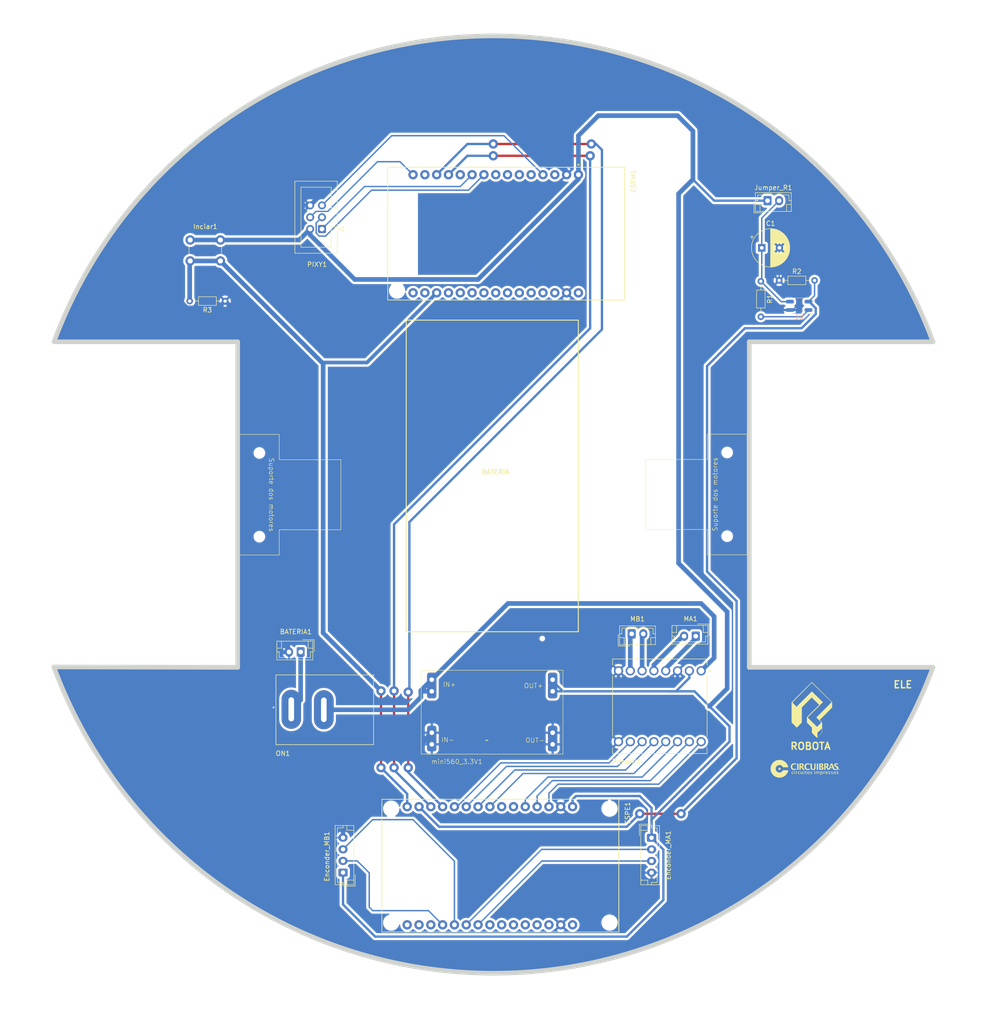
<source format=kicad_pcb>
(kicad_pcb (version 20221018) (generator pcbnew)
  (layers (0 "F.Cu" signal) (31 "B.Cu" signal) (34 "B.Paste" user) (35 "F.Paste" user) (36 "B.SilkS" user "B.Silkscreen") (37 "F.SilkS" user "F.Silkscreen") (38 "B.Mask" user) (39 "F.Mask" user) (44 "Edge.Cuts" user))
  (net 0 "")
  (net 1 "GND")
  (net 2 "PWR_R")
  (net 3 "AC1")
  (net 4 "AC2")
  (net 5 "BC1")
  (net 6 "BC2")
  (net 7 "+3.3V")
  (net 8 "PWM_A")
  (net 9 "AIN2")
  (net 10 "AIN1")
  (net 13 "STBY")
  (net 14 "BIN1")
  (net 15 "BIN2")
  (net 16 "PWM_B")
  (net 17 "MTX")
  (net 18 "MRX")
  (net 26 "Start")
  (net 27 "RIGHT")
  (net 30 "CS")
  (net 35 "CSK")
  (net 36 "MISO")
  (net 39 "MOSI")
  (net 53 "+9V")
  (net 54 "Net-(MA1-Pin_1)")
  (net 55 "Net-(MA1-Pin_2)")
  (net 56 "Net-(MB1-Pin_1)")
  (net 57 "Net-(MB1-Pin_2)")
  (net 58 "Net-(U1-A)")
  (net 61 "Net-(BATERIA1-Pin_1)")
  (footprint "Connector_JST:JST_EH_B2B-EH-A_1x02_P2.50mm_Vertical" (layer "F.Cu") (at -84.452 169.354 180)
    (fp_text reference "MA1" (at 1.116 3.728) (layer "F.SilkS"))
    (fp_text value "Conn_01x02_Socket")
    (pad "1" thru_hole roundrect (at 0 0 180) (size 1.7 2) (drill 1) (layers "*.Cu" "*.Mask") (roundrect_rratio 0.1470588235) (net 54 "Net-(MA1-Pin_1)"))
    (pad "2" thru_hole oval (at 2.5 0 180) (size 1.7 2) (drill 1) (layers "*.Cu" "*.Mask") (net 55 "Net-(MA1-Pin_2)"))
  )
  (footprint "robota:circuibras" (layer "F.Cu") (at -60.888 197.912)
    (fp_text reference "G***" hide)
    (fp_text value "LOGO" hide)
  )
  (footprint "Resistor_THT:R_Axial_DIN0204_L3.6mm_D1.6mm_P7.62mm_Horizontal" (layer "F.Cu") (at -66.518 92.854)
    (fp_text reference "R2" (at 3.81 -1.92) (layer "F.SilkS"))
    (fp_text value "10k")
    (pad "1" thru_hole circle (at 0 0) (size 1.4 1.4) (drill 0.7) (layers "*.Cu" "*.Mask") (net 1 "GND"))
    (pad "2" thru_hole oval (at 7.62 0) (size 1.4 1.4) (drill 0.7) (layers "*.Cu" "*.Mask") (net 27 "RIGHT"))
  )
  (footprint "Button_Switch_THT:SW_PUSH_6mm" (layer "F.Cu") (at -193.16 84.164)
    (fp_text reference "Inciar1" (at 3.25 -2.884) (layer "F.SilkS"))
    (fp_text value "SW_Push")
    (pad "1" thru_hole circle (at 0 0 90) (size 2 2) (drill 1.1) (layers "*.Cu" "*.Mask") (net 7 "+3.3V"))
    (pad "1" thru_hole circle (at 6.5 0 90) (size 2 2) (drill 1.1) (layers "*.Cu" "*.Mask") (net 7 "+3.3V"))
    (pad "2" thru_hole circle (at 0 4.5 90) (size 2 2) (drill 1.1) (layers "*.Cu" "*.Mask") (net 26 "Start"))
    (pad "2" thru_hole circle (at 6.5 4.5 90) (size 2 2) (drill 1.1) (layers "*.Cu" "*.Mask") (net 26 "Start"))
  )
  (footprint "Connector_JST:JST_EH_B4B-EH-A_1x04_P2.50mm_Vertical" (layer "F.Cu") (at -93.95 212.696 -90)
    (fp_text reference "Enconder_MA1" (at 3.758 -3.598 90) (layer "F.SilkS"))
    (fp_text value "Conn_01x04_Socket")
    (pad "1" thru_hole roundrect (at 0 0 270) (size 1.7 1.95) (drill 0.95) (layers "*.Cu" "*.Mask") (roundrect_rratio 0.1470588235) (net 7 "+3.3V"))
    (pad "2" thru_hole oval (at 2.5 0 270) (size 1.7 1.95) (drill 0.95) (layers "*.Cu" "*.Mask") (net 3 "AC1"))
    (pad "3" thru_hole oval (at 5 0 270) (size 1.7 1.95) (drill 0.95) (layers "*.Cu" "*.Mask") (net 4 "AC2"))
    (pad "4" thru_hole oval (at 7.5 0 270) (size 1.7 1.95) (drill 0.95) (layers "*.Cu" "*.Mask") (net 1 "GND"))
  )
  (footprint "motor:suporte" (layer "F.Cu") (at -178.278 138.956 -90)
    (fp_text reference "Suporte dos motores" (at 0 -2.5908 -90 unlocked) (layer "F.SilkS") (effects (font (thickness 0.1))))
    (fp_text value "suporte" hide)
    (pad "" np_thru_hole circle (at -9 0 270) (size 2 2) (drill 2) (layers "F&B.Cu" "*.Mask"))
    (pad "" np_thru_hole circle (at 9 0 270) (size 2 2) (drill 2) (layers "F&B.Cu" "*.Mask"))
  )
  (footprint "Connector_JST:JST_EH_B2B-EH-A_1x02_P2.50mm_Vertical" (layer "F.Cu") (at -98.228 168.854)
    (fp_text reference "MB1" (at 1.25 -3.2) (layer "F.SilkS"))
    (fp_text value "Conn_01x02_Socket")
    (pad "1" thru_hole roundrect (at 0 0) (size 1.7 2) (drill 1) (layers "*.Cu" "*.Mask") (roundrect_rratio 0.1470588235) (net 56 "Net-(MB1-Pin_1)"))
    (pad "2" thru_hole oval (at 2.5 0) (size 1.7 2) (drill 1) (layers "*.Cu" "*.Mask") (net 57 "Net-(MB1-Pin_2)"))
  )
  (footprint "Resistor_THT:R_Axial_DIN0204_L3.6mm_D1.6mm_P7.62mm_Horizontal" (layer "F.Cu") (at -185.644 97.3 180)
    (fp_text reference "R3" (at 3.81 -1.92) (layer "F.SilkS"))
    (fp_text value "10k")
    (pad "1" thru_hole circle (at 0 0 180) (size 1.4 1.4) (drill 0.7) (layers "*.Cu" "*.Mask") (net 1 "GND"))
    (pad "2" thru_hole oval (at 7.62 0 180) (size 1.4 1.4) (drill 0.7) (layers "*.Cu" "*.Mask") (net 26 "Start"))
  )
  (footprint "Connector_IDC:IDC-Header_2x03_P2.54mm_Vertical" (layer "F.Cu") (at -164.816 81.806 180)
    (fp_text reference "PIXY1" (at 1.046 -7.602) (layer "F.SilkS"))
    (fp_text value "Conn_02x03_Odd_Even")
    (pad "1" thru_hole roundrect (at 0 0 180) (size 1.7 1.7) (drill 1) (layers "*.Cu" "*.Mask") (roundrect_rratio 0.1470588235) (net 36 "MISO"))
    (pad "2" thru_hole circle (at 2.54 0 180) (size 1.7 1.7) (drill 1) (layers "*.Cu" "*.Mask") (net 7 "+3.3V"))
    (pad "3" thru_hole circle (at 0 2.54 180) (size 1.7 1.7) (drill 1) (layers "*.Cu" "*.Mask") (net 35 "CSK"))
    (pad "4" thru_hole circle (at 2.54 2.54 180) (size 1.7 1.7) (drill 1) (layers "*.Cu" "*.Mask") (net 39 "MOSI"))
    (pad "5" thru_hole circle (at 0 5.08 180) (size 1.7 1.7) (drill 1) (layers "*.Cu" "*.Mask") (net 30 "CS"))
    (pad "6" thru_hole circle (at 2.54 5.08 180) (size 1.7 1.7) (drill 1) (layers "*.Cu" "*.Mask") (net 1 "GND"))
  )
  (footprint "Connector_JST:JST_EH_B2B-EH-A_1x02_P2.50mm_Vertical" (layer "F.Cu") (at -69.018 75.71)
    (fp_text reference "Jumper_R1" (at 1.25 -2.8) (layer "F.SilkS"))
    (fp_text value "Conn_01x02_Socket")
    (pad "1" thru_hole roundrect (at 0 0) (size 1.7 2) (drill 1) (layers "*.Cu" "*.Mask") (roundrect_rratio 0.1470588235) (net 7 "+3.3V"))
    (pad "2" thru_hole oval (at 2.5 0) (size 1.7 2) (drill 1) (layers "*.Cu" "*.Mask") (net 2 "PWR_R"))
  )
  (footprint "robota:logo" (layer "F.Cu") (at -57.84 185.212)
    (fp_text reference "ROBOTA" (at -1.938 7.792) (layer "F.SilkS") (effects (font (size 1.5 1.5) (thickness 0.3))))
    (fp_text value "LOGO" hide)
  )
  (footprint "Resistor_THT:R_Axial_DIN0204_L3.6mm_D1.6mm_P7.62mm_Horizontal" (layer "F.Cu") (at -70.452 93.044 -90)
    (fp_text reference "R1" (at 3.81 -1.92 90) (layer "F.SilkS"))
    (fp_text value "10")
    (pad "1" thru_hole circle (at 0 0 270) (size 1.4 1.4) (drill 0.7) (layers "*.Cu" "*.Mask") (net 2 "PWR_R"))
    (pad "2" thru_hole oval (at 7.62 0 270) (size 1.4 1.4) (drill 0.7) (layers "*.Cu" "*.Mask") (net 58 "Net-(U1-A)"))
  )
  (footprint "motor:suporte" (layer "F.Cu") (at -77.694 138.854 90)
    (fp_text reference "Suporte dos motores" (at 0 -2.5908 90 unlocked) (layer "F.SilkS") (effects (font (thickness 0.1))))
    (fp_text value "suporte" hide)
    (pad "" np_thru_hole circle (at -9 0 90) (size 2 2) (drill 2) (layers "F&B.Cu" "*.Mask"))
    (pad "" np_thru_hole circle (at 9 0 90) (size 2 2) (drill 2) (layers "F&B.Cu" "*.Mask"))
  )
  (footprint "Connector_JST:JST_EH_B4B-EH-A_1x04_P2.50mm_Vertical" (layer "F.Cu") (at -160.29 220.176 90)
    (fp_text reference "Enconder_MB1" (at 3.468 -3.468 90) (layer "F.SilkS"))
    (fp_text value "Conn_01x04_Socket")
    (pad "1" thru_hole roundrect (at 0 0 90) (size 1.7 1.95) (drill 0.95) (layers "*.Cu" "*.Mask") (roundrect_rratio 0.1470588235) (net 7 "+3.3V"))
    (pad "2" thru_hole oval (at 2.5 0 90) (size 1.7 1.95) (drill 0.95) (layers "*.Cu" "*.Mask") (net 5 "BC1"))
    (pad "3" thru_hole oval (at 5 0 90) (size 1.7 1.95) (drill 0.95) (layers "*.Cu" "*.Mask") (net 6 "BC2"))
    (pad "4" thru_hole oval (at 7.5 0 90) (size 1.7 1.95) (drill 0.95) (layers "*.Cu" "*.Mask") (net 1 "GND"))
  )
  (footprint "Connector_JST:JST_EH_B2B-EH-A_1x02_P2.50mm_Vertical" (layer "F.Cu") (at -169.408 172.738 180)
    (fp_text reference "BATERIA1" (at 1.026 4.336) (layer "F.SilkS"))
    (fp_text value "Conn_01x02_Socket")
    (pad "1" thru_hole roundrect (at 0 0 180) (size 1.7 2) (drill 1) (layers "*.Cu" "*.Mask") (roundrect_rratio 0.1470588235) (net 61 "Net-(BATERIA1-Pin_1)"))
    (pad "2" thru_hole oval (at 2.5 0 180) (size 1.7 2) (drill 1) (layers "*.Cu" "*.Mask") (net 1 "GND"))
  )
  (footprint "RB141C1100:SW_RB141C1100" (layer "F.Cu") (at -158.72 184.676 180)
    (fp_text reference "ON1" (at 14.508 -9.888 180) (layer "F.SilkS"))
    (fp_text value "RB141C1100")
    (pad "1" thru_hole oval (at 12.7 -0.4 180) (size 4.2 8.4) (drill oval 1.2 5.2) (layers "*.Cu" "*.Mask") (net 61 "Net-(BATERIA1-Pin_1)"))
    (pad "2" thru_hole oval (at 5.7 -0.5 180) (size 4.2 8.4) (drill oval 1.2 5.3) (layers "*.Cu" "*.Mask") (net 53 "+9V"))
  )
  (footprint "mini560:mini560_3.3V" (layer "F.Cu") (at -129.8148 185.1078)
    (fp_text reference "mini560_3.3V1" (at -5.9944 11.2268 unlocked) (layer "F.SilkS") (effects (font (thickness 0.1))))
    (fp_text value "~" (at 0.4572 6.604 unlocked) (layer "F.SilkS"))
    (fp_text user "IN-" (at -9.398 7.112 unlocked) (layer "F.SilkS") (effects (font (thickness 0.1)) (justify left bottom)))
    (fp_text user "OUT+" (at 8.382 -4.5212 unlocked) (layer "F.SilkS") (effects (font (thickness 0.1)) (justify left bottom)))
    (fp_text user "OUT-" (at 8.6868 7.2136 unlocked) (layer "F.SilkS") (effects (font (thickness 0.1)) (justify left bottom)))
    (fp_text user "IN+" (at -9.0424 -4.7752 unlocked) (layer "F.SilkS") (effects (font (thickness 0.1)) (justify left bottom)))
    (pad "1" thru_hole roundrect (at -11.4 -6.4) (size 2 3) (drill 1) (layers "*.Cu" "*.Mask") (net 53 "+9V"))
    (pad "1" thru_hole roundrect (at -11.4 -3.9) (size 2 3) (drill 1) (layers "*.Cu" "*.Mask") (net 53 "+9V"))
    (pad "2" thru_hole roundrect (at -11.4 5) (size 2 3) (drill 1) (layers "*.Cu" "*.Mask") (net 1 "GND"))
    (pad "2" thru_hole roundrect (at -11.4 7.5) (size 2 3) (drill 1) (layers "*.Cu" "*.Mask") (net 1 "GND"))
    (pad "3" thru_hole roundrect (at 14.6 -6.4) (size 2 3) (drill 1) (layers "*.Cu" "*.Mask") (net 7 "+3.3V"))
    (pad "3" thru_hole roundrect (at 14.6 -3.9) (size 2 3) (drill 1) (layers "*.Cu" "*.Mask") (net 7 "+3.3V"))
    (pad "4" thru_hole roundrect (at 14.6 5) (size 2 3) (drill 1) (layers "*.Cu" "*.Mask") (net 1 "GND"))
    (pad "4" thru_hole roundrect (at 14.6 7.5) (size 2 3) (drill 1) (layers "*.Cu" "*.Mask") (net 1 "GND"))
  )
  (footprint "esp32devkit:ESP32_DEVKIT_V1" (layer "F.Cu") (at -126.452 218.712 -90)
    (fp_text reference "ESPE1" (at -11.355 -27.36 90) (layer "F.SilkS"))
    (fp_text value "ESP32-DEVKIT-V1")
    (pad "" np_thru_hole circle (at -12.28 -23.475 270) (size 3 3) (drill 3) (layers "*.Cu" "*.Mask"))
    (pad "" np_thru_hole circle (at -12.28 23.475 270) (size 3 3) (drill 3) (layers "*.Cu" "*.Mask"))
    (pad "" np_thru_hole circle (at 12.23 -23.475 270) (size 3 3) (drill 3) (layers "*.Cu" "*.Mask"))
    (pad "" np_thru_hole circle (at 12.23 23.475 270) (size 3 3) (drill 3) (layers "*.Cu" "*.Mask"))
    (pad "1" thru_hole circle (at -12.7 -15.515 270) (size 2 2) (drill 1.02) (layers "*.Cu" "*.Mask") (net 7 "+3.3V"))
    (pad "2" thru_hole circle (at -12.7 -12.975 270) (size 2 2) (drill 1.02) (layers "*.Cu" "*.Mask") (net 1 "GND"))
    (pad "3" thru_hole circle (at -12.7 -10.435 270) (size 2 2) (drill 1.02) (layers "*.Cu" "*.Mask") (net 8 "PWM_A"))
    (pad "4" thru_hole circle (at -12.7 -7.895 270) (size 2 2) (drill 1.02) (layers "*.Cu" "*.Mask") (net 9 "AIN2"))
    (pad "5" thru_hole circle (at -12.7 -5.355 270) (size 2 2) (drill 1.02) (layers "*.Cu" "*.Mask") (net 10 "AIN1"))
    (pad "6" thru_hole circle (at -12.7 -2.815 270) (size 2 2) (drill 1.02) (layers "*.Cu" "*.Mask"))
    (pad "7" thru_hole circle (at -12.7 -0.275 270) (size 2 2) (drill 1.02) (layers "*.Cu" "*.Mask"))
    (pad "8" thru_hole circle (at -12.7 2.265 270) (size 2 2) (drill 1.02) (layers "*.Cu" "*.Mask") (net 13 "STBY"))
    (pad "9" thru_hole circle (at -12.7 4.805 270) (size 2 2) (drill 1.02) (layers "*.Cu" "*.Mask") (net 14 "BIN1"))
    (pad "10" thru_hole circle (at -12.7 7.345 270) (size 2 2) (drill 1.02) (layers "*.Cu" "*.Mask") (net 15 "BIN2"))
    (pad "11" thru_hole circle (at -12.7 9.885 270) (size 2 2) (drill 1.02) (layers "*.Cu" "*.Mask") (net 16 "PWM_B"))
    (pad "12" thru_hole circle (at -12.7 12.425 270) (size 2 2) (drill 1.02) (layers "*.Cu" "*.Mask") (net 17 "MTX"))
    (pad "13" thru_hole circle (at -12.7 14.965 270) (size 2 2) (drill 1.02) (layers "*.Cu" "*.Mask") (net 18 "MRX"))
    (pad "14" thru_hole circle (at -12.7 17.505 270) (size 2 2) (drill 1.02) (layers "*.Cu" "*.Mask") (net 27 "RIGHT"))
    (pad "15" thru_hole circle (at -12.7 20.045 270) (size 2 2) (drill 1.02) (layers "*.Cu" "*.Mask") (net 26 "Start"))
    (pad "16" thru_hole circle (at 12.7 20.045 270) (size 2 2) (drill 1.02) (layers "*.Cu" "*.Mask"))
    (pad "17" thru_hole circle (at 12.7 17.505 270) (size 2 2) (drill 1.02) (layers "*.Cu" "*.Mask"))
    (pad "18" thru_hole circle (at 12.7 14.965 270) (size 2 2) (drill 1.02) (layers "*.Cu" "*.Mask"))
    (pad "19" thru_hole circle (at 12.7 12.425 270) (size 2 2) (drill 1.02) (layers "*.Cu" "*.Mask") (net 5 "BC1"))
    (pad "20" thru_hole circle (at 12.7 9.885 270) (size 2 2) (drill 1.02) (layers "*.Cu" "*.Mask") (net 6 "BC2"))
    (pad "21" thru_hole circle (at 12.7 7.345 270) (size 2 2) (drill 1.02) (layers "*.Cu" "*.Mask") (net 3 "AC1"))
    (pad "22" thru_hole circle (at 12.7 4.805 270) (size 2 2) (drill 1.02) (layers "*.Cu" "*.Mask") (net 4 "AC2"))
    (pad "23" thru_hole circle (at 12.7 2.265 270) (size 2 2) (drill 1.02) (layers "*.Cu" "*.Mask"))
    (pad "24" thru_hole circle (at 12.7 -0.275 270) (size 2 2) (drill 1.02) (layers "*.Cu" "*.Mask"))
    (pad "25" thru_hole circle (at 12.7 -2.815 270) (size 2 2) (drill 1.02) (layers "*.Cu" "*.Mask"))
    (pad "26" thru_hole circle (at 12.7 -5.355 270) (size 2 2) (drill 1.02) (layers "*.Cu" "*.Mask"))
    (pad "27" thru_hole circle (at 12.7 -7.895 270) (size 2 2) (drill 1.02) (layers "*.Cu" "*.Mask"))
    (pad "28" thru_hole circle (at 12.7 -10.435 270) (size 2 2) (drill 1.02) (layers "*.Cu" "*.Mask"))
    (pad "29" thru_hole circle (at 12.7 -12.975 270) (size 2 2) (drill 1.02) (layers "*.Cu" "*.Mask") (net 1 "GND"))
    (pad "30" thru_hole circle (at 12.7 -15.515 270) (size 2 2) (drill 1.02) (layers "*.Cu" "*.Mask"))
    (zone (net 0) (net_name "") (layer "B.Cu") (connect_pads (clearance 0)) (min_thickness 0.01)
      (keepout (tracks not_allowed) (vias not_allowed) (pads not_allowed) (copperpour not_allowed) (footprints allowed))
      (fill (thermal_gap 0.508) (thermal_bridge_width 0.508))
      (polygon (pts (xy -145.437 209.802) (xy -145.437 227.492) (xy -151.927 227.492) (xy -151.927 209.802)))
    )
  )
  (footprint "ROB-14450:MODULE_ROB-14450" (layer "F.Cu") (at -92.172 184.422 -90)
    (fp_text reference "PonteH1" (at 11.92 7.142 -180) (layer "F.SilkS"))
    (fp_text value "ROB-14450")
    (pad "1" thru_hole circle (at -7.62 -8.89 270) (size 1.98 1.98) (drill 1.32) (layers "*.Cu" "*.Mask") (net 53 "+9V"))
    (pad "2" thru_hole circle (at -7.62 -6.35 270) (size 1.98 1.98) (drill 1.32) (layers "*.Cu" "*.Mask") (net 7 "+3.3V"))
    (pad "3" thru_hole circle (at -7.62 -3.81 270) (size 1.98 1.98) (drill 1.32) (layers "*.Cu" "*.Mask") (net 1 "GND"))
    (pad "4" thru_hole circle (at -7.62 -1.27 270) (size 1.98 1.98) (drill 1.32) (layers "*.Cu" "*.Mask") (net 54 "Net-(MA1-Pin_1)"))
    (pad "5" thru_hole circle (at -7.62 1.27 270) (size 1.98 1.98) (drill 1.32) (layers "*.Cu" "*.Mask") (net 55 "Net-(MA1-Pin_2)"))
    (pad "6" thru_hole circle (at -7.62 3.81 270) (size 1.98 1.98) (drill 1.32) (layers "*.Cu" "*.Mask") (net 57 "Net-(MB1-Pin_2)"))
    (pad "7" thru_hole circle (at -7.62 6.35 270) (size 1.98 1.98) (drill 1.32) (layers "*.Cu" "*.Mask") (net 56 "Net-(MB1-Pin_1)"))
    (pad "8" thru_hole circle (at -7.62 8.89 270) (size 1.98 1.98) (drill 1.32) (layers "*.Cu" "*.Mask") (net 1 "GND"))
    (pad "9" thru_hole circle (at 7.62 8.89 270) (size 1.98 1.98) (drill 1.32) (layers "*.Cu" "*.Mask") (net 1 "GND"))
    (pad "10" thru_hole circle (at 7.62 6.35 270) (size 1.98 1.98) (drill 1.32) (layers "*.Cu" "*.Mask") (net 16 "PWM_B"))
    (pad "11" thru_hole circle (at 7.62 3.81 270) (size 1.98 1.98) (drill 1.32) (layers "*.Cu" "*.Mask") (net 15 "BIN2"))
    (pad "12" thru_hole circle (at 7.62 1.27 270) (size 1.98 1.98) (drill 1.32) (layers "*.Cu" "*.Mask") (net 14 "BIN1"))
    (pad "13" thru_hole circle (at 7.62 -1.27 270) (size 1.98 1.98) (drill 1.32) (layers "*.Cu" "*.Mask") (net 13 "STBY"))
    (pad "14" thru_hole circle (at 7.62 -3.81 270) (size 1.98 1.98) (drill 1.32) (layers "*.Cu" "*.Mask") (net 10 "AIN1"))
    (pad "15" thru_hole circle (at 7.62 -6.35 270) (size 1.98 1.98) (drill 1.32) (layers "*.Cu" "*.Mask") (net 9 "AIN2"))
    (pad "16" thru_hole circle (at 7.62 -8.89 270) (size 1.98 1.98) (drill 1.32) (layers "*.Cu" "*.Mask") (net 8 "PWM_A"))
  )
  (footprint "Capacitor_THT:CP_Radial_D8.0mm_P3.80mm" (layer "F.Cu") (at -70.252 85.854)
    (fp_text reference "C1" (at 1.9 -5.25) (layer "F.SilkS"))
    (fp_text value "22uF")
    (pad "1" thru_hole rect (at 0 0) (size 1.6 1.6) (drill 0.8) (layers "*.Cu" "*.Mask") (net 2 "PWR_R"))
    (pad "2" thru_hole circle (at 3.8 0) (size 1.6 1.6) (drill 0.8) (layers "*.Cu" "*.Mask") (net 1 "GND"))
  )
  (footprint "esp32devkit:ESP32_DEVKIT_V1" (layer "F.Cu") (at -125.192 82.822 -90)
    (fp_text reference "ESPM1" (at -11.355 -27.36 90) (layer "F.SilkS"))
    (fp_text value "ESP32-DEVKIT-V1")
    (pad "" np_thru_hole circle (at -12.28 -23.475 270) (size 3 3) (drill 3) (layers "*.Cu" "*.Mask"))
    (pad "" np_thru_hole circle (at -12.28 23.475 270) (size 3 3) (drill 3) (layers "*.Cu" "*.Mask"))
    (pad "" np_thru_hole circle (at 12.23 -23.475 270) (size 3 3) (drill 3) (layers "*.Cu" "*.Mask"))
    (pad "" np_thru_hole circle (at 12.23 23.475 270) (size 3 3) (drill 3) (layers "*.Cu" "*.Mask"))
    (pad "1" thru_hole circle (at -12.7 -15.515 270) (size 2 2) (drill 1.02) (layers "*.Cu" "*.Mask") (net 7 "+3.3V"))
    (pad "2" thru_hole circle (at -12.7 -12.975 270) (size 2 2) (drill 1.02) (layers "*.Cu" "*.Mask") (net 1 "GND"))
    (pad "3" thru_hole circle (at -12.7 -10.435 270) (size 2 2) (drill 1.02) (layers "*.Cu" "*.Mask"))
    (pad "4" thru_hole circle (at -12.7 -7.895 270) (size 2 2) (drill 1.02) (layers "*.Cu" "*.Mask") (net 30 "CS"))
    (pad "5" thru_hole circle (at -12.7 -5.355 270) (size 2 2) (drill 1.02) (layers "*.Cu" "*.Mask"))
    (pad "6" thru_hole circle (at -12.7 -2.815 270) (size 2 2) (drill 1.02) (layers "*.Cu" "*.Mask"))
    (pad "7" thru_hole circle (at -12.7 -0.275 270) (size 2 2) (drill 1.02) (layers "*.Cu" "*.Mask"))
    (pad "8" thru_hole circle (at -12.7 2.265 270) (size 2 2) (drill 1.02) (layers "*.Cu" "*.Mask"))
    (pad "9" thru_hole circle (at -12.7 4.805 270) (size 2 2) (drill 1.02) (layers "*.Cu" "*.Mask") (net 35 "CSK"))
    (pad "10" thru_hole circle (at -12.7 7.345 270) (size 2 2) (drill 1.02) (layers "*.Cu" "*.Mask") (net 36 "MISO"))
    (pad "11" thru_hole circle (at -12.7 9.885 270) (size 2 2) (drill 1.02) (layers "*.Cu" "*.Mask"))
    (pad "12" thru_hole circle (at -12.7 12.425 270) (size 2 2) (drill 1.02) (layers "*.Cu" "*.Mask") (net 18 "MRX"))
    (pad "13" thru_hole circle (at -12.7 14.965 270) (size 2 2) (drill 1.02) (layers "*.Cu" "*.Mask") (net 17 "MTX"))
    (pad "14" thru_hole circle (at -12.7 17.505 270) (size 2 2) (drill 1.02) (layers "*.Cu" "*.Mask"))
    (pad "15" thru_hole circle (at -12.7 20.045 270) (size 2 2) (drill 1.02) (layers "*.Cu" "*.Mask") (net 39 "MOSI"))
    (pad "16" thru_hole circle (at 12.7 20.045 270) (size 2 2) (drill 1.02) (layers "*.Cu" "*.Mask"))
    (pad "17" thru_hole circle (at 12.7 17.505 270) (size 2 2) (drill 1.02) (layers "*.Cu" "*.Mask"))
    (pad "18" thru_hole circle (at 12.7 14.965 270) (size 2 2) (drill 1.02) (layers "*.Cu" "*.Mask") (net 26 "Start"))
    (pad "19" thru_hole circle (at 12.7 12.425 270) (size 2 2) (drill 1.02) (layers "*.Cu" "*.Mask"))
    (pad "20" thru_hole circle (at 12.7 9.885 270) (size 2 2) (drill 1.02) (layers "*.Cu" "*.Mask"))
    (pad "21" thru_hole circle (at 12.7 7.345 270) (size 2 2) (drill 1.02) (layers "*.Cu" "*.Mask"))
    (pad "22" thru_hole circle (at 12.7 4.805 270) (size 2 2) (drill 1.02) (layers "*.Cu" "*.Mask"))
    (pad "23" thru_hole circle (at 12.7 2.265 270) (size 2 2) (drill 1.02) (layers "*.Cu" "*.Mask"))
    (pad "24" thru_hole circle (at 12.7 -0.275 270) (size 2 2) (drill 1.02) (layers "*.Cu" "*.Mask"))
    (pad "25" thru_hole circle (at 12.7 -2.815 270) (size 2 2) (drill 1.02) (layers "*.Cu" "*.Mask"))
    (pad "26" thru_hole circle (at 12.7 -5.355 270) (size 2 2) (drill 1.02) (layers "*.Cu" "*.Mask"))
    (pad "27" thru_hole circle (at 12.7 -7.895 270) (size 2 2) (drill 1.02) (layers "*.Cu" "*.Mask"))
    (pad "28" thru_hole circle (at 12.7 -10.435 270) (size 2 2) (drill 1.02) (layers "*.Cu" "*.Mask"))
    (pad "29" thru_hole circle (at 12.7 -12.975 270) (size 2 2) (drill 1.02) (layers "*.Cu" "*.Mask") (net 1 "GND"))
    (pad "30" thru_hole circle (at 12.7 -15.515 270) (size 2 2) (drill 1.02) (layers "*.Cu" "*.Mask"))
    (zone (net 0) (net_name "") (layer "B.Cu") (connect_pads (clearance 0)) (min_thickness 0.01)
      (keepout (tracks not_allowed) (vias not_allowed) (pads not_allowed) (copperpour not_allowed) (footprints allowed))
      (fill (thermal_gap 0.508) (thermal_bridge_width 0.508))
      (polygon (pts (xy -144.177 73.912) (xy -144.177 91.602) (xy -150.667 91.602) (xy -150.667 73.912)))
    )
  )
  (footprint "OptoDevice:OnSemi_CASE100CY" (layer "B.Cu") (at -62.2 98.316 90)
    (fp_text reference "U1" (at -2.5 0) (layer "B.SilkS") (effects (justify mirror)))
    (fp_text value "QRE1113GR")
    (pad "1" smd roundrect (at -0.9 2 90) (size 0.79 1.66) (layers "B.Cu" "B.Paste" "B.Mask") (net 58 "Net-(U1-A)"))
    (pad "2" smd roundrect (at -0.9 -2 90) (size 0.79 1.66) (layers "B.Cu" "B.Paste" "B.Mask") (net 1 "GND"))
    (pad "3" smd roundrect (at 0.9 -2 90) (size 0.79 1.66) (layers "B.Cu" "B.Paste" "B.Mask") (net 2 "PWR_R"))
    (pad "4" smd roundrect (at 0.9 2 90) (size 0.79 1.66) (layers "B.Cu" "B.Paste" "B.Mask") (net 27 "RIGHT"))
  )
  (gr_rect (start -117.452 169.854) (end -117.452 169.854) (stroke (width 0.2)) (fill none) (layer "B.Cu"))
  (gr_rect (start -146.698 101.392) (end -109.698 168.392) (stroke (width 0.2)) (fill none) (layer "F.SilkS"))
  (gr_line (start -72.939096 176.052751) (end -33.439096 176.052751) (stroke (width 1)) (layer "Edge.Cuts"))
  (gr_arc (start -33.439096 176.052751) (mid -127.986 241.826) (end -222.471635 175.964768) (stroke (width 1)) (layer "Edge.Cuts"))
  (gr_line (start -182.939096 106.052751) (end -222.439096 106.052751) (stroke (width 1)) (layer "Edge.Cuts"))
  (gr_arc (start -222.439096 106.052751) (mid -127.939096 40.27949) (end -33.439096 106.052751) (stroke (width 1)) (layer "Edge.Cuts"))
  (gr_line (start -182.939096 106.052751) (end -182.939096 176.052751) (stroke (width 1)) (layer "Edge.Cuts"))
  (gr_line (start -33.439096 106.052751) (end -72.939096 106.052751) (stroke (width 1)) (layer "Edge.Cuts"))
  (gr_line (start -72.939096 106.052751) (end -72.939096 176.052751) (stroke (width 1)) (layer "Edge.Cuts"))
  (gr_line (start -222.471635 175.964768) (end -182.939096 176.052751) (stroke (width 1)) (layer "Edge.Cuts"))
  (gr_text "BATERIA" (at -130.556 134.62) (layer "F.SilkS") (effects (font (size 1 1) (thickness 0.2) bold) (justify left bottom)))
  (gr_text "ELE" (at -42.092 180.64) (layer "F.SilkS") (effects (font (size 1.5 1.5) (thickness 0.3) bold) (justify left bottom)))
  (segment (start -171.908 172.25) (end -171.908 172.738) (width 1) (layer "B.Cu") (net 1))
  (segment (start -200.122 92.49261) (end -200.122 83.584) (width 1) (layer "B.Cu") (net 1))
  (segment (start -102.261 220.196) (end -113.477 231.412) (width 0.3) (layer "B.Cu") (net 1))
  (segment (start -177.262 173.754) (end -176.246 172.738) (width 1) (layer "B.Cu") (net 1))
  (segment (start -161.768 195.182) (end -161.768 194.836) (width 1) (layer "B.Cu") (net 1))
  (segment (start -141.2148 190.1078) (end -141.2148 192.6078) (width 1) (layer "B.Cu") (net 1))
  (segment (start -160.29 212.676) (end -160.29 196.66) (width 1) (layer "B.Cu") (net 1))
  (segment (start -64.2 99.216) (end -63.608 99.216) (width 0.3) (layer "B.Cu") (net 1))
  (segment (start -185.644 97.3) (end -174.468 108.476) (width 1) (layer "B.Cu") (net 1))
  (segment (start -193.264 76.726) (end -167.356 76.726) (width 1) (layer "B.Cu") (net 1))
  (segment (start -62.2 76.98) (end -62.2 71.646) (width 0.3) (layer "B.Cu") (net 1))
  (segment (start -93.95 220.196) (end -102.261 220.196) (width 0.3) (layer "B.Cu") (net 1))
  (segment (start -78.202 55.644) (end -108.682 55.644) (width 0.3) (layer "B.Cu") (net 1))
  (segment (start -145.943 194.836) (end -142.9335 191.8265) (width 1) (layer "B.Cu") (net 1))
  (segment (start -185.644 97.3) (end -187.094 98.75) (width 1) (layer "B.Cu") (net 1))
  (segment (start -141.9961 191.8265) (end -141.2148 192.6078) (width 1) (layer "B.Cu") (net 1))
  (segment (start -142.9335 191.8265) (end -141.2148 190.1078) (width 1) (layer "B.Cu") (net 1))
  (segment (start -160.29 196.66) (end -159.99 196.36) (width 1) (layer "B.Cu") (net 1))
  (segment (start -158.466 194.836) (end -145.943 194.836) (width 1) (layer "B.Cu") (net 1))
  (segment (start -161.768 194.836) (end -159.99 194.836) (width 1) (layer "B.Cu") (net 1))
  (segment (start -112.217 69.393) (end -112.217 70.122) (width 1) (layer "B.Cu") (net 1))
  (segment (start -160.29 196.66) (end -158.466 194.836) (width 1) (layer "B.Cu") (net 1))
  (segment (start -66.518 92.854) (end -66.518 85.92) (width 0.3) (layer "B.Cu") (net 1))
  (segment (start -88.362 178.58) (end -89.124 179.342) (width 0.8) (layer "B.Cu") (net 1))
  (segment (start -62.708 96.664) (end -66.518 92.854) (width 0.3) (layer "B.Cu") (net 1))
  (segment (start -63.608 99.216) (end -62.708 98.316) (width 0.3) (layer "B.Cu") (net 1))
  (segment (start -108.682 55.644) (end -112.217 59.179) (width 0.3) (layer "B.Cu") (net 1))
  (segment (start -159.99 196.36) (end -159.99 194.836) (width 1) (layer "B.Cu") (net 1))
  (segment (start -89.124 179.342) (end -100.3 179.342) (width 0.8) (layer "B.Cu") (net 1))
  (segment (start -66.518 85.92) (end -66.452 85.854) (width 0.3) (layer "B.Cu") (net 1))
  (segment (start -159.99 194.836) (end -158.466 194.836) (width 1) (layer "B.Cu") (net 1))
  (segment (start -121.902 59.708) (end -112.217 69.393) (width 1) (layer "B.Cu") (net 1))
  (segment (start -62.708 98.316) (end -62.708 96.664) (width 0.3) (layer "B.Cu") (net 1))
  (segment (start -174.468 169.69) (end -171.908 172.25) (width 1) (layer "B.Cu") (net 1))
  (segment (start -175.23 194.836) (end -161.768 194.836) (width 1) (layer "B.Cu") (net 1))
  (segment (start -167.356 76.726) (end -150.338 59.708) (width 1) (layer "B.Cu") (net 1))
  (segment (start -177.262 173.754) (end -177.262 192.804) (width 1) (layer "B.Cu") (net 1))
  (segment (start -142.9335 191.8265) (end -141.9961 191.8265) (width 1) (layer "B.Cu") (net 1))
  (segment (start -187.094 98.75) (end -193.86461 98.75) (width 1) (layer "B.Cu") (net 1))
  (segment (start -66.452 85.854) (end -66.452 81.232) (width 0.3) (layer "B.Cu") (net 1))
  (segment (start -176.246 172.738) (end -171.908 172.738) (width 1) (layer "B.Cu") (net 1))
  (segment (start -174.468 108.476) (end -174.468 121.412) (width 1) (layer "B.Cu") (net 1))
  (segment (start -100.3 179.342) (end -101.062 178.58) (width 0.8) (layer "B.Cu") (net 1))
  (segment (start -88.362 176.802) (end -88.362 178.58) (width 0.8) (layer "B.Cu") (net 1))
  (segment (start -177.262 192.804) (end -175.23 194.836) (width 1) (layer "B.Cu") (net 1))
  (segment (start -160.29 196.66) (end -161.768 195.182) (width 1) (layer "B.Cu") (net 1))
  (segment (start -62.2 71.646) (end -78.202 55.644) (width 0.3) (layer "B.Cu") (net 1))
  (segment (start -101.062 178.58) (end -101.062 176.802) (width 0.8) (layer "B.Cu") (net 1))
  (segment (start -66.452 81.232) (end -62.2 76.98) (width 0.3) (layer "B.Cu") (net 1))
  (segment (start -193.86461 98.75) (end -200.122 92.49261) (width 1) (layer "B.Cu") (net 1))
  (segment (start -200.122 83.584) (end -193.264 76.726) (width 1) (layer "B.Cu") (net 1))
  (segment (start -174.468 121.412) (end -174.468 169.69) (width 1) (layer "B.Cu") (net 1))
  (segment (start -112.217 59.179) (end -112.217 70.122) (width 0.3) (layer "B.Cu") (net 1))
  (segment (start -150.338 59.708) (end -121.902 59.708) (width 1) (layer "B.Cu") (net 1))
  (segment (start -70.252 92.844) (end -70.452 93.044) (width 0.3) (layer "B.Cu") (net 2))
  (segment (start -70.252 85.854) (end -70.252 79.444) (width 0.3) (layer "B.Cu") (net 2))
  (segment (start -70.452 93.044) (end -66.08 97.416) (width 0.3) (layer "B.Cu") (net 2))
  (segment (start -70.252 79.444) (end -66.518 75.71) (width 0.3) (layer "B.Cu") (net 2))
  (segment (start -70.252 85.854) (end -70.252 92.844) (width 0.3) (layer "B.Cu") (net 2))
  (segment (start -66.08 97.416) (end -64.2 97.416) (width 0.3) (layer "B.Cu") (net 2))
  (segment (start -117.581 215.196) (end -93.95 215.196) (width 0.3) (layer "B.Cu") (net 3))
  (segment (start -133.797 231.412) (end -117.581 215.196) (width 0.3) (layer "B.Cu") (net 3))
  (segment (start -93.95 217.696) (end -117.541 217.696) (width 0.3) (layer "B.Cu") (net 4))
  (segment (start -117.541 217.696) (end -131.257 231.412) (width 0.3) (layer "B.Cu") (net 4))
  (segment (start -154.656 220.236) (end -157.216 217.676) (width 0.3) (layer "B.Cu") (net 5))
  (segment (start -138.877 231.412) (end -141.925 228.364) (width 0.3) (layer "B.Cu") (net 5))
  (segment (start -154.656 227.602) (end -154.656 220.236) (width 0.3) (layer "B.Cu") (net 5))
  (segment (start -141.925 228.364) (end -153.894 228.364) (width 0.3) (layer "B.Cu") (net 5))
  (segment (start -157.216 217.676) (end -160.29 217.676) (width 0.3) (layer "B.Cu") (net 5))
  (segment (start -153.894 228.364) (end -154.656 227.602) (width 0.3) (layer "B.Cu") (net 5))
  (segment (start -160.29 215.176) (end -153.92 208.806) (width 0.3) (layer "B.Cu") (net 6))
  (segment (start -145.258 208.806) (end -136.337 217.727) (width 0.3) (layer "B.Cu") (net 6))
  (segment (start -153.92 208.806) (end -145.258 208.806) (width 0.3) (layer "B.Cu") (net 6))
  (segment (start -136.337 217.727) (end -136.337 231.412) (width 0.3) (layer "B.Cu") (net 6))
  (segment (start -169.714 84.164) (end -167.356 81.806) (width 1) (layer "B.Cu") (net 7))
  (segment (start -110.937 204.457) (end -110.937 206.012) (width 0.5) (layer "B.Cu") (net 7))
  (segment (start -109.677 71.069) (end -109.677 70.122) (width 1) (layer "B.Cu") (net 7))
  (segment (start -80.488 75.71) (end -85.06 71.138) (width 0.5) (layer "B.Cu") (net 7))
  (segment (start -99.284 233.952) (end -153.386 233.952) (width 0.5) (layer "B.Cu") (net 7))
  (segment (start -109.677 61.719) (end -109.677 70.122) (width 1) (layer "B.Cu") (net 7))
  (segment (start -113 181.2078) (end -115.2148 181.2078) (width 0.5) (layer "B.Cu") (net 7))
  (segment (start -93.95 212.696) (end -91.41 215.236) (width 0.5) (layer "B.Cu") (net 7))
  (segment (start -85.822 178.326) (end -88.7038 181.2078) (width 0.5) (layer "B.Cu") (net 7))
  (segment (start -186.66 84.164) (end -169.714 84.164) (width 1) (layer "B.Cu") (net 7))
  (segment (start -84.7182 181.2078) (end -83.536 182.39) (width 0.5) (layer "B.Cu") (net 7))
  (segment (start -91.41 215.236) (end -91.41 226.078) (width 0.5) (layer "B.Cu") (net 7))
  (segment (start -90.2278 181.2078) (end -84.7182 181.2078) (width 0.5) (layer "B.Cu") (net 7))
  (segment (start -83.536 182.39) (end -81.504 184.422) (width 0.5) (layer "B.Cu") (net 7))
  (segment (start -85.06 60.724) (end -88.362 57.422) (width 1) (layer "B.Cu") (net 7))
  (segment (start -85.822 176.802) (end -85.822 178.326) (width 0.5) (layer "B.Cu") (net 7))
  (segment (start -157.78 92.652) (end -131.26 92.652) (width 1) (layer "B.Cu") (net 7))
  (segment (start -153.386 233.952) (end -160.29 227.048) (width 0.5) (layer "B.Cu") (net 7))
  (segment (start -131.26 92.652) (end -109.677 71.069) (width 1) (layer "B.Cu") (net 7))
  (segment (start -88.138 153.658) (end -88.138 74.216) (width 1) (layer "B.Cu") (net 7))
  (segment (start -77.186 192.042) (end -93.95 208.806) (width 0.5) (layer "B.Cu") (net 7))
  (segment (start -93.95 206.266) (end -96.49 203.726) (width 0.5) (layer "B.Cu") (net 7))
  (segment (start -105.38 57.422) (end -109.677 61.719) (width 1) (layer "B.Cu") (net 7))
  (segment (start -160.29 227.048) (end -160.29 220.176) (width 0.5) (layer "B.Cu") (net 7))
  (segment (start -167.356 81.806) (end -167.356 83.076) (width 1) (layer "B.Cu") (net 7))
  (segment (start -167.356 83.076) (end -157.78 92.652) (width 1) (layer "B.Cu") (net 7))
  (segment (start -110.206 203.726) (end -110.937 204.457) (width 0.5) (layer "B.Cu") (net 7))
  (segment (start -193.16 84.164) (end -186.66 84.164) (width 1) (layer "B.Cu") (net 7))
  (segment (start -81.504 184.422) (end -77.694 180.612) (width 1) (layer "B.Cu") (net 7))
  (segment (start -93.95 208.806) (end -93.95 212.696) (width 0.5) (layer "B.Cu") (net 7))
  (segment (start -77.694 164.102) (end -88.138 153.658) (width 1) (layer "B.Cu") (net 7))
  (segment (start -93.95 212.696) (end -93.95 206.266) (width 0.5) (layer "B.Cu") (net 7))
  (segment (start -88.138 74.216) (end -85.06 71.138) (width 1) (layer "B.Cu") (net 7))
  (segment (start -81.504 184.422) (end -77.186 188.74) (width 0.5) (layer "B.Cu") (net 7))
  (segment (start -90.2278 181.2078) (end -113 181.2078) (width 0.5) (layer "B.Cu") (net 7))
  (segment (start -77.186 188.74) (end -77.186 192.042) (width 0.5) (layer "B.Cu") (net 7))
  (segment (start -88.362 57.422) (end -105.38 57.422) (width 1) (layer "B.Cu") (net 7))
  (segment (start -85.06 71.138) (end -85.06 60.724) (width 1) (layer "B.Cu") (net 7))
  (segment (start -115.2148 178.7078) (end -115.2148 178.993) (width 0.5) (layer "B.Cu") (net 7))
  (segment (start -91.41 226.078) (end -99.284 233.952) (width 0.5) (layer "B.Cu") (net 7))
  (segment (start -69.018 75.71) (end -80.488 75.71) (width 0.5) (layer "B.Cu") (net 7))
  (segment (start -115.2148 178.993) (end -113 181.2078) (width 0.5) (layer "B.Cu") (net 7))
  (segment (start -88.7038 181.2078) (end -90.2278 181.2078) (width 0.5) (layer "B.Cu") (net 7))
  (segment (start -96.49 203.726) (end -110.206 203.726) (width 0.5) (layer "B.Cu") (net 7))
  (segment (start -77.694 180.612) (end -77.694 164.102) (width 1) (layer "B.Cu") (net 7))
  (segment (start -116.017 203.139) (end -114.046 201.168) (width 0.3) (layer "B.Cu") (net 8))
  (segment (start -114.046 201.168) (end -92.408 201.168) (width 0.3) (layer "B.Cu") (net 8))
  (segment (start -92.408 201.168) (end -83.282 192.042) (width 0.3) (layer "B.Cu") (net 8))
  (segment (start -116.017 206.012) (end -116.017 203.139) (width 0.3) (layer "B.Cu") (net 8))
  (segment (start -118.557 206.012) (end -118.557 203.695) (width 0.3) (layer "B.Cu") (net 9))
  (segment (start -115.268 200.406) (end -94.186 200.406) (width 0.3) (layer "B.Cu") (net 9))
  (segment (start -94.186 200.406) (end -85.822 192.042) (width 0.3) (layer "B.Cu") (net 9))
  (segment (start -118.557 203.695) (end -115.268 200.406) (width 0.3) (layer "B.Cu") (net 9))
  (segment (start -121.097 204.499) (end -116.242 199.644) (width 0.3) (layer "B.Cu") (net 10))
  (segment (start -121.097 206.012) (end -121.097 204.499) (width 0.3) (layer "B.Cu") (net 10))
  (segment (start -116.242 199.644) (end -95.964 199.644) (width 0.3) (layer "B.Cu") (net 10))
  (segment (start -95.964 199.644) (end -88.362 192.042) (width 0.3) (layer "B.Cu") (net 10))
  (segment (start -128.717 206.012) (end -121.587 198.882) (width 0.3) (layer "B.Cu") (net 13))
  (segment (start -121.587 198.882) (end -97.742 198.882) (width 0.3) (layer "B.Cu") (net 13))
  (segment (start -97.742 198.882) (end -90.902 192.042) (width 0.3) (layer "B.Cu") (net 13))
  (segment (start -93.442 192.042) (end -99.52 198.12) (width 0.3) (layer "B.Cu") (net 14))
  (segment (start -99.52 198.12) (end -123.365 198.12) (width 0.3) (layer "B.Cu") (net 14))
  (segment (start -123.365 198.12) (end -131.257 206.012) (width 0.3) (layer "B.Cu") (net 14))
  (segment (start -125.143 197.358) (end -101.298 197.358) (width 0.3) (layer "B.Cu") (net 15))
  (segment (start -133.797 206.012) (end -125.143 197.358) (width 0.3) (layer "B.Cu") (net 15))
  (segment (start -101.298 197.358) (end -95.982 192.042) (width 0.3) (layer "B.Cu") (net 15))
  (segment (start -103.076 196.596) (end -98.522 192.042) (width 0.3) (layer "B.Cu") (net 16))
  (segment (start -126.360899 196.596) (end -103.076 196.596) (width 0.3) (layer "B.Cu") (net 16))
  (segment (start -135.776899 206.012) (end -126.360899 196.596) (width 0.3) (layer "B.Cu") (net 16))
  (segment (start -136.337 206.012) (end -135.776899 206.012) (width 0.3) (layer "B.Cu") (net 16))
  (segment (start -127.986 63.518) (end -106.904 63.518) (width 0.5) (layer "F.Cu") (net 17))
  (segment (start -146.274 181.374) (end -146.274 197.63) (width 0.5) (layer "F.Cu") (net 17))
  (via (at -106.904 63.518) (size 2) (drill 1) (layers "F.Cu" "B.Cu") (net 17))
  (via (at -146.274 181.374) (size 2) (drill 1) (layers "F.Cu" "B.Cu") (net 17))
  (via (at -127.986 63.518) (size 2) (drill 1) (layers "F.Cu" "B.Cu") (net 17))
  (via (at -146.274 197.63) (size 2) (drill 1) (layers "F.Cu" "B.Cu") (net 17))
  (segment (start -146.274 197.63) (end -146.274 198.615) (width 0.5) (layer "B.Cu") (net 17))
  (segment (start -146.02 144.798) (end -146.02 181.12) (width 0.5) (layer "B.Cu") (net 17))
  (segment (start -146.02 181.12) (end -146.274 181.374) (width 0.5) (layer "B.Cu") (net 17))
  (segment (start -105.888 63.518) (end -104.618 64.788) (width 0.5) (layer "B.Cu") (net 17))
  (segment (start -146.274 198.615) (end -138.877 206.012) (width 0.5) (layer "B.Cu") (net 17))
  (segment (start -104.618 103.396) (end -146.02 144.798) (width 0.5) (layer "B.Cu") (net 17))
  (segment (start -106.904 63.518) (end -105.888 63.518) (width 0.5) (layer "B.Cu") (net 17))
  (segment (start -127.986 63.518) (end -133.553 63.518) (width 0.5) (layer "B.Cu") (net 17))
  (segment (start -104.618 64.788) (end -104.618 103.396) (width 0.5) (layer "B.Cu") (net 17))
  (segment (start -133.553 63.518) (end -140.157 70.122) (width 0.5) (layer "B.Cu") (net 17))
  (segment (start -107.158 66.058) (end -127.986 66.058) (width 0.5) (layer "F.Cu") (net 18))
  (segment (start -149.322 197.63) (end -149.322 181.12) (width 0.5) (layer "F.Cu") (net 18))
  (via (at -127.986 66.058) (size 2) (drill 1) (layers "F.Cu" "B.Cu") (net 18))
  (via (at -149.322 197.63) (size 2) (drill 1) (layers "F.Cu" "B.Cu") (net 18))
  (via (at -149.322 181.12) (size 2) (drill 1) (layers "F.Cu" "B.Cu") (net 18))
  (via (at -107.158 66.058) (size 2) (drill 1) (layers "F.Cu" "B.Cu") (net 18))
  (segment (start -149.322 145.306) (end -149.322 181.12) (width 0.5) (layer "B.Cu") (net 18))
  (segment (start -107.158 103.142) (end -149.322 145.306) (width 0.5) (layer "B.Cu") (net 18))
  (segment (start -107.158 66.058) (end -107.158 103.142) (width 0.5) (layer "B.Cu") (net 18))
  (segment (start -149.322 198.107) (end -141.417 206.012) (width 0.5) (layer "B.Cu") (net 18))
  (segment (start -137.617 70.122) (end -133.553 66.058) (width 0.5) (layer "B.Cu") (net 18))
  (segment (start -149.322 197.63) (end -149.322 198.107) (width 0.5) (layer "B.Cu") (net 18))
  (segment (start -133.553 66.058) (end -127.986 66.058) (width 0.5) (layer "B.Cu") (net 18))
  (segment (start -152.116 197.63) (end -152.116 181.12) (width 0.5) (layer "F.Cu") (net 26))
  (via (at -152.116 197.63) (size 2) (drill 1) (layers "F.Cu" "B.Cu") (net 26))
  (via (at -152.116 181.12) (size 2) (drill 1) (layers "F.Cu" "B.Cu") (net 26))
  (segment (start -152.116 181.12) (end -164.562 168.674) (width 1) (layer "B.Cu") (net 26))
  (segment (start -164.562 110.762) (end -164.816 110.508) (width 1) (layer "B.Cu") (net 26))
  (segment (start -193.264 88.768) (end -193.16 88.664) (width 1) (layer "B.Cu") (net 26))
  (segment (start -164.562 168.674) (end -164.562 110.762) (width 1) (layer "B.Cu") (net 26))
  (segment (start -140.157 95.522) (end -155.143 110.508) (width 0.8) (layer "B.Cu") (net 26))
  (segment (start -164.816 110.508) (end -186.66 88.664) (width 1) (layer "B.Cu") (net 26))
  (segment (start -193.16 88.664) (end -186.66 88.664) (width 1) (layer "B.Cu") (net 26))
  (segment (start -155.143 110.508) (end -164.816 110.508) (width 0.8) (layer "B.Cu") (net 26))
  (segment (start -193.264 97.3) (end -193.264 88.768) (width 1) (layer "B.Cu") (net 26))
  (segment (start -146.497 203.249) (end -152.116 197.63) (width 0.5) (layer "B.Cu") (net 26))
  (segment (start -146.497 206.012) (end -146.497 203.249) (width 0.5) (layer "B.Cu") (net 26))
  (segment (start -96.49 207.536) (end -87.6 207.536) (width 0.5) (layer "F.Cu") (net 27))
  (via (at -96.49 207.536) (size 2) (drill 1) (layers "F.Cu" "B.Cu") (net 27))
  (via (at -87.6 207.536) (size 2) (drill 1) (layers "F.Cu" "B.Cu") (net 27))
  (segment (start -99.284 210.33) (end -96.49 207.536) (width 0.5) (layer "B.Cu") (net 27))
  (segment (start -60.052 97.416) (end -58.644 98.824) (width 0.5) (layer "B.Cu") (net 27))
  (segment (start -82.012 155.466) (end -75.662 161.816) (width 0.5) (layer "B.Cu") (net 27))
  (segment (start -58.644 100.094) (end -61.692 103.142) (width 0.5) (layer "B.Cu") (net 27))
  (segment (start -143.957 206.012) (end -139.639 210.33) (width 0.5) (layer "B.Cu") (net 27))
  (segment (start -60.2 97.416) (end -60.052 97.416) (width 0.5) (layer "B.Cu") (net 27))
  (segment (start -58.644 98.824) (end -58.644 100.094) (width 0.5) (layer "B.Cu") (net 27))
  (segment (start -75.662 195.598) (end -87.6 207.536) (width 0.5) (layer "B.Cu") (net 27))
  (segment (start -58.898 96.114) (end -60.2 97.416) (width 0.3) (layer "B.Cu") (net 27))
  (segment (start -75.662 161.816) (end -75.662 195.598) (width 0.5) (layer "B.Cu") (net 27))
  (segment (start -61.692 103.142) (end -73.884 103.142) (width 0.5) (layer "B.Cu") (net 27))
  (segment (start -73.884 103.142) (end -82.012 111.27) (width 0.5) (layer "B.Cu") (net 27))
  (segment (start -139.639 210.33) (end -99.284 210.33) (width 0.5) (layer "B.Cu") (net 27))
  (segment (start -82.012 111.27) (end -82.012 155.466) (width 0.5) (layer "B.Cu") (net 27))
  (segment (start -58.898 92.854) (end -58.898 96.114) (width 0.3) (layer "B.Cu") (net 27))
  (segment (start -125.679 61.74) (end -117.297 70.122) (width 0.3) (layer "B.Cu") (net 30))
  (segment (start -149.83 61.74) (end -125.679 61.74) (width 0.3) (layer "B.Cu") (net 30))
  (segment (start -164.816 76.726) (end -149.83 61.74) (width 0.3) (layer "B.Cu") (net 30))
  (segment (start -164.816 79.266) (end -166.066 80.516) (width 0.3) (layer "B.Cu") (net 35))
  (segment (start -165.411239 83.33) (end -164.054 83.33) (width 0.3) (layer "B.Cu") (net 35))
  (segment (start -133.327 73.452) (end -129.997 70.122) (width 0.3) (layer "B.Cu") (net 35))
  (segment (start -154.176 73.452) (end -133.327 73.452) (width 0.3) (layer "B.Cu") (net 35))
  (segment (start -166.066 80.516) (end -166.066 82.675239) (width 0.3) (layer "B.Cu") (net 35))
  (segment (start -166.066 82.675239) (end -165.411239 83.33) (width 0.3) (layer "B.Cu") (net 35))
  (segment (start -164.054 83.33) (end -154.176 73.452) (width 0.3) (layer "B.Cu") (net 35))
  (segment (start -135.077 72.662) (end -155.672 72.662) (width 0.3) (layer "B.Cu") (net 36))
  (segment (start -132.537 70.122) (end -135.077 72.662) (width 0.3) (layer "B.Cu") (net 36))
  (segment (start -155.672 72.662) (end -164.816 81.806) (width 0.3) (layer "B.Cu") (net 36))
  (segment (start -163.566 78.016) (end -152.878 67.328) (width 0.3) (layer "B.Cu") (net 39))
  (segment (start -145.237 70.122) (end -148.031 67.328) (width 0.3) (layer "B.Cu") (net 39))
  (segment (start -152.878 67.328) (end -148.56 67.328) (width 0.3) (layer "B.Cu") (net 39))
  (segment (start -167.356 79.266) (end -166.106 78.016) (width 0.3) (layer "B.Cu") (net 39))
  (segment (start -148.031 67.328) (end -148.56 67.328) (width 0.3) (layer "B.Cu") (net 39))
  (segment (start -166.106 78.016) (end -163.566 78.016) (width 0.3) (layer "B.Cu") (net 39))
  (segment (start -146.266 185.176) (end -143.5535 182.4635) (width 1) (layer "B.Cu") (net 53))
  (segment (start -80.488 174.008) (end -83.282 176.802) (width 1) (layer "B.Cu") (net 53))
  (segment (start -143.3922 181.2078) (end -143.5535 181.0465) (width 1) (layer "B.Cu") (net 53))
  (segment (start -143.5535 181.0465) (end -141.2148 178.7078) (width 1) (layer "B.Cu") (net 53))
  (segment (start -124.831 162.324) (end -83.282 162.324) (width 1) (layer "B.Cu") (net 53))
  (segment (start -83.282 162.324) (end -80.488 165.118) (width 1) (layer "B.Cu") (net 53))
  (segment (start -143.5535 182.4635) (end -143.5535 181.0465) (width 1) (layer "B.Cu") (net 53))
  (segment (start -141.2148 178.7078) (end -124.831 162.324) (width 1) (layer "B.Cu") (net 53))
  (segment (start -80.488 165.118) (end -80.488 174.008) (width 1) (layer "B.Cu") (net 53))
  (segment (start -164.42 185.176) (end -146.266 185.176) (width 1) (layer "B.Cu") (net 53))
  (segment (start -141.2148 181.2078) (end -143.3922 181.2078) (width 1) (layer "B.Cu") (net 53))
  (segment (start -141.2148 181.2078) (end -141.2148 178.7078) (width 1) (layer "B.Cu") (net 53))
  (segment (start -90.902 176.802) (end -90.902 176.294) (width 1) (layer "B.Cu") (net 54))
  (segment (start -90.902 176.294) (end -84.452 169.844) (width 1) (layer "B.Cu") (net 54))
  (segment (start -84.452 169.844) (end -84.452 169.354) (width 1) (layer "B.Cu") (net 54))
  (segment (start -93.442 175.532) (end -87.264 169.354) (width 1) (layer "B.Cu") (net 55))
  (segment (start -93.442 176.802) (end -93.442 175.532) (width 1) (layer "B.Cu") (net 55))
  (segment (start -87.264 169.354) (end -86.952 169.354) (width 1) (layer "B.Cu") (net 55))
  (segment (start -98.522 176.802) (end -98.522 169.148) (width 1) (layer "B.Cu") (net 56))
  (segment (start -98.522 169.148) (end -98.228 168.854) (width 1) (layer "B.Cu") (net 56))
  (segment (start -95.982 176.802) (end -95.982 169.108) (width 1) (layer "B.Cu") (net 57))
  (segment (start -95.982 169.108) (end -95.728 168.854) (width 1) (layer "B.Cu") (net 57))
  (segment (start -61.648 100.664) (end -70.452 100.664) (width 0.3) (layer "B.Cu") (net 58))
  (segment (start -60.2 99.216) (end -61.648 100.664) (width 0.3) (layer "B.Cu") (net 58))
  (segment (start -169.408 183.064) (end -171.42 185.076) (width 1) (layer "B.Cu") (net 61))
  (segment (start -169.408 172.738) (end -169.408 183.064) (width 1) (layer "B.Cu") (net 61))
  (zone (net 1) (net_name "GND") (layer "B.Cu") (connect_pads (clearance 0.5)) (min_thickness 0.25) (fill yes (thermal_gap 0.5) (thermal_bridge_width 0.5))
    (polygon (pts (xy -233.106927 192.326436) (xy -233.106927 39.164436) (xy -28.636927 32.560436) (xy -18.796 240.03) (xy -234.050927 252.732436)))
  )
)
</source>
